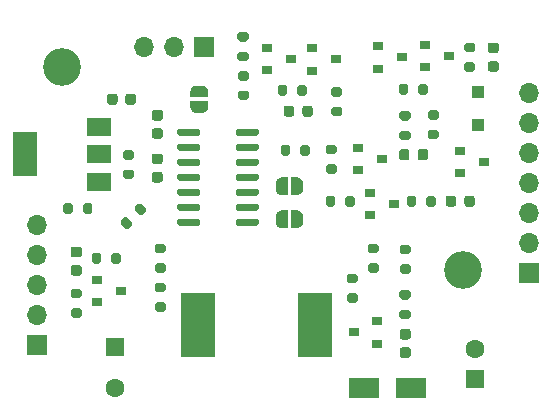
<source format=gbr>
%TF.GenerationSoftware,KiCad,Pcbnew,5.1.10-88a1d61d58~90~ubuntu20.04.1*%
%TF.CreationDate,2021-10-01T00:20:27+02:00*%
%TF.ProjectId,boost_sequencer,626f6f73-745f-4736-9571-75656e636572,rev?*%
%TF.SameCoordinates,Original*%
%TF.FileFunction,Soldermask,Top*%
%TF.FilePolarity,Negative*%
%FSLAX46Y46*%
G04 Gerber Fmt 4.6, Leading zero omitted, Abs format (unit mm)*
G04 Created by KiCad (PCBNEW 5.1.10-88a1d61d58~90~ubuntu20.04.1) date 2021-10-01 00:20:27*
%MOMM*%
%LPD*%
G01*
G04 APERTURE LIST*
%ADD10C,0.100000*%
%ADD11O,1.700000X1.700000*%
%ADD12R,1.700000X1.700000*%
%ADD13R,0.900000X0.800000*%
%ADD14C,3.200000*%
%ADD15R,2.500000X1.800000*%
%ADD16R,2.900000X5.400000*%
%ADD17R,2.000000X1.500000*%
%ADD18R,2.000000X3.800000*%
%ADD19R,1.100000X1.100000*%
%ADD20C,1.600000*%
%ADD21R,1.600000X1.600000*%
G04 APERTURE END LIST*
D10*
%TO.C,JP3*%
G36*
X381774602Y-114666000D02*
G01*
X381774602Y-114641466D01*
X381779412Y-114592635D01*
X381788984Y-114544510D01*
X381803228Y-114497555D01*
X381822005Y-114452222D01*
X381845136Y-114408949D01*
X381872396Y-114368150D01*
X381903524Y-114330221D01*
X381938221Y-114295524D01*
X381976150Y-114264396D01*
X382016949Y-114237136D01*
X382060222Y-114214005D01*
X382105555Y-114195228D01*
X382152510Y-114180984D01*
X382200635Y-114171412D01*
X382249466Y-114166602D01*
X382274000Y-114166602D01*
X382274000Y-114166000D01*
X382774000Y-114166000D01*
X382774000Y-114166602D01*
X382798534Y-114166602D01*
X382847365Y-114171412D01*
X382895490Y-114180984D01*
X382942445Y-114195228D01*
X382987778Y-114214005D01*
X383031051Y-114237136D01*
X383071850Y-114264396D01*
X383109779Y-114295524D01*
X383144476Y-114330221D01*
X383175604Y-114368150D01*
X383202864Y-114408949D01*
X383225995Y-114452222D01*
X383244772Y-114497555D01*
X383259016Y-114544510D01*
X383268588Y-114592635D01*
X383273398Y-114641466D01*
X383273398Y-114666000D01*
X383274000Y-114666000D01*
X383274000Y-115166000D01*
X381774000Y-115166000D01*
X381774000Y-114666000D01*
X381774602Y-114666000D01*
G37*
G36*
X383274000Y-115466000D02*
G01*
X383274000Y-115966000D01*
X383273398Y-115966000D01*
X383273398Y-115990534D01*
X383268588Y-116039365D01*
X383259016Y-116087490D01*
X383244772Y-116134445D01*
X383225995Y-116179778D01*
X383202864Y-116223051D01*
X383175604Y-116263850D01*
X383144476Y-116301779D01*
X383109779Y-116336476D01*
X383071850Y-116367604D01*
X383031051Y-116394864D01*
X382987778Y-116417995D01*
X382942445Y-116436772D01*
X382895490Y-116451016D01*
X382847365Y-116460588D01*
X382798534Y-116465398D01*
X382774000Y-116465398D01*
X382774000Y-116466000D01*
X382274000Y-116466000D01*
X382274000Y-116465398D01*
X382249466Y-116465398D01*
X382200635Y-116460588D01*
X382152510Y-116451016D01*
X382105555Y-116436772D01*
X382060222Y-116417995D01*
X382016949Y-116394864D01*
X381976150Y-116367604D01*
X381938221Y-116336476D01*
X381903524Y-116301779D01*
X381872396Y-116263850D01*
X381845136Y-116223051D01*
X381822005Y-116179778D01*
X381803228Y-116134445D01*
X381788984Y-116087490D01*
X381779412Y-116039365D01*
X381774602Y-115990534D01*
X381774602Y-115966000D01*
X381774000Y-115966000D01*
X381774000Y-115466000D01*
X383274000Y-115466000D01*
G37*
%TD*%
D11*
%TO.C,J1*%
X368808000Y-125984000D03*
X368808000Y-128524000D03*
X368808000Y-131064000D03*
X368808000Y-133604000D03*
D12*
X368808000Y-136144000D03*
%TD*%
D10*
%TO.C,JP2*%
G36*
X389494000Y-126225398D02*
G01*
X389469466Y-126225398D01*
X389420635Y-126220588D01*
X389372510Y-126211016D01*
X389325555Y-126196772D01*
X389280222Y-126177995D01*
X389236949Y-126154864D01*
X389196150Y-126127604D01*
X389158221Y-126096476D01*
X389123524Y-126061779D01*
X389092396Y-126023850D01*
X389065136Y-125983051D01*
X389042005Y-125939778D01*
X389023228Y-125894445D01*
X389008984Y-125847490D01*
X388999412Y-125799365D01*
X388994602Y-125750534D01*
X388994602Y-125726000D01*
X388994000Y-125726000D01*
X388994000Y-125226000D01*
X388994602Y-125226000D01*
X388994602Y-125201466D01*
X388999412Y-125152635D01*
X389008984Y-125104510D01*
X389023228Y-125057555D01*
X389042005Y-125012222D01*
X389065136Y-124968949D01*
X389092396Y-124928150D01*
X389123524Y-124890221D01*
X389158221Y-124855524D01*
X389196150Y-124824396D01*
X389236949Y-124797136D01*
X389280222Y-124774005D01*
X389325555Y-124755228D01*
X389372510Y-124740984D01*
X389420635Y-124731412D01*
X389469466Y-124726602D01*
X389494000Y-124726602D01*
X389494000Y-124726000D01*
X389994000Y-124726000D01*
X389994000Y-126226000D01*
X389494000Y-126226000D01*
X389494000Y-126225398D01*
G37*
G36*
X390294000Y-124726000D02*
G01*
X390794000Y-124726000D01*
X390794000Y-124726602D01*
X390818534Y-124726602D01*
X390867365Y-124731412D01*
X390915490Y-124740984D01*
X390962445Y-124755228D01*
X391007778Y-124774005D01*
X391051051Y-124797136D01*
X391091850Y-124824396D01*
X391129779Y-124855524D01*
X391164476Y-124890221D01*
X391195604Y-124928150D01*
X391222864Y-124968949D01*
X391245995Y-125012222D01*
X391264772Y-125057555D01*
X391279016Y-125104510D01*
X391288588Y-125152635D01*
X391293398Y-125201466D01*
X391293398Y-125226000D01*
X391294000Y-125226000D01*
X391294000Y-125726000D01*
X391293398Y-125726000D01*
X391293398Y-125750534D01*
X391288588Y-125799365D01*
X391279016Y-125847490D01*
X391264772Y-125894445D01*
X391245995Y-125939778D01*
X391222864Y-125983051D01*
X391195604Y-126023850D01*
X391164476Y-126061779D01*
X391129779Y-126096476D01*
X391091850Y-126127604D01*
X391051051Y-126154864D01*
X391007778Y-126177995D01*
X390962445Y-126196772D01*
X390915490Y-126211016D01*
X390867365Y-126220588D01*
X390818534Y-126225398D01*
X390794000Y-126225398D01*
X390794000Y-126226000D01*
X390294000Y-126226000D01*
X390294000Y-124726000D01*
G37*
%TD*%
D13*
%TO.C,Q7*%
X406638000Y-120650000D03*
X404638000Y-121600000D03*
X404638000Y-119700000D03*
%TD*%
D10*
%TO.C,JP1*%
G36*
X389494000Y-123431398D02*
G01*
X389469466Y-123431398D01*
X389420635Y-123426588D01*
X389372510Y-123417016D01*
X389325555Y-123402772D01*
X389280222Y-123383995D01*
X389236949Y-123360864D01*
X389196150Y-123333604D01*
X389158221Y-123302476D01*
X389123524Y-123267779D01*
X389092396Y-123229850D01*
X389065136Y-123189051D01*
X389042005Y-123145778D01*
X389023228Y-123100445D01*
X389008984Y-123053490D01*
X388999412Y-123005365D01*
X388994602Y-122956534D01*
X388994602Y-122932000D01*
X388994000Y-122932000D01*
X388994000Y-122432000D01*
X388994602Y-122432000D01*
X388994602Y-122407466D01*
X388999412Y-122358635D01*
X389008984Y-122310510D01*
X389023228Y-122263555D01*
X389042005Y-122218222D01*
X389065136Y-122174949D01*
X389092396Y-122134150D01*
X389123524Y-122096221D01*
X389158221Y-122061524D01*
X389196150Y-122030396D01*
X389236949Y-122003136D01*
X389280222Y-121980005D01*
X389325555Y-121961228D01*
X389372510Y-121946984D01*
X389420635Y-121937412D01*
X389469466Y-121932602D01*
X389494000Y-121932602D01*
X389494000Y-121932000D01*
X389994000Y-121932000D01*
X389994000Y-123432000D01*
X389494000Y-123432000D01*
X389494000Y-123431398D01*
G37*
G36*
X390294000Y-121932000D02*
G01*
X390794000Y-121932000D01*
X390794000Y-121932602D01*
X390818534Y-121932602D01*
X390867365Y-121937412D01*
X390915490Y-121946984D01*
X390962445Y-121961228D01*
X391007778Y-121980005D01*
X391051051Y-122003136D01*
X391091850Y-122030396D01*
X391129779Y-122061524D01*
X391164476Y-122096221D01*
X391195604Y-122134150D01*
X391222864Y-122174949D01*
X391245995Y-122218222D01*
X391264772Y-122263555D01*
X391279016Y-122310510D01*
X391288588Y-122358635D01*
X391293398Y-122407466D01*
X391293398Y-122432000D01*
X391294000Y-122432000D01*
X391294000Y-122932000D01*
X391293398Y-122932000D01*
X391293398Y-122956534D01*
X391288588Y-123005365D01*
X391279016Y-123053490D01*
X391264772Y-123100445D01*
X391245995Y-123145778D01*
X391222864Y-123189051D01*
X391195604Y-123229850D01*
X391164476Y-123267779D01*
X391129779Y-123302476D01*
X391091850Y-123333604D01*
X391051051Y-123360864D01*
X391007778Y-123383995D01*
X390962445Y-123402772D01*
X390915490Y-123417016D01*
X390867365Y-123426588D01*
X390818534Y-123431398D01*
X390794000Y-123431398D01*
X390794000Y-123432000D01*
X390294000Y-123432000D01*
X390294000Y-121932000D01*
G37*
%TD*%
%TO.C,C8*%
G36*
G01*
X379218000Y-120820000D02*
X378718000Y-120820000D01*
G75*
G02*
X378493000Y-120595000I0J225000D01*
G01*
X378493000Y-120145000D01*
G75*
G02*
X378718000Y-119920000I225000J0D01*
G01*
X379218000Y-119920000D01*
G75*
G02*
X379443000Y-120145000I0J-225000D01*
G01*
X379443000Y-120595000D01*
G75*
G02*
X379218000Y-120820000I-225000J0D01*
G01*
G37*
G36*
G01*
X379218000Y-122370000D02*
X378718000Y-122370000D01*
G75*
G02*
X378493000Y-122145000I0J225000D01*
G01*
X378493000Y-121695000D01*
G75*
G02*
X378718000Y-121470000I225000J0D01*
G01*
X379218000Y-121470000D01*
G75*
G02*
X379443000Y-121695000I0J-225000D01*
G01*
X379443000Y-122145000D01*
G75*
G02*
X379218000Y-122370000I-225000J0D01*
G01*
G37*
%TD*%
%TO.C,C6*%
G36*
G01*
X376258000Y-115566000D02*
X376258000Y-115066000D01*
G75*
G02*
X376483000Y-114841000I225000J0D01*
G01*
X376933000Y-114841000D01*
G75*
G02*
X377158000Y-115066000I0J-225000D01*
G01*
X377158000Y-115566000D01*
G75*
G02*
X376933000Y-115791000I-225000J0D01*
G01*
X376483000Y-115791000D01*
G75*
G02*
X376258000Y-115566000I0J225000D01*
G01*
G37*
G36*
G01*
X374708000Y-115566000D02*
X374708000Y-115066000D01*
G75*
G02*
X374933000Y-114841000I225000J0D01*
G01*
X375383000Y-114841000D01*
G75*
G02*
X375608000Y-115066000I0J-225000D01*
G01*
X375608000Y-115566000D01*
G75*
G02*
X375383000Y-115791000I-225000J0D01*
G01*
X374933000Y-115791000D01*
G75*
G02*
X374708000Y-115566000I0J225000D01*
G01*
G37*
%TD*%
%TO.C,C5*%
G36*
G01*
X372360000Y-128707000D02*
X371860000Y-128707000D01*
G75*
G02*
X371635000Y-128482000I0J225000D01*
G01*
X371635000Y-128032000D01*
G75*
G02*
X371860000Y-127807000I225000J0D01*
G01*
X372360000Y-127807000D01*
G75*
G02*
X372585000Y-128032000I0J-225000D01*
G01*
X372585000Y-128482000D01*
G75*
G02*
X372360000Y-128707000I-225000J0D01*
G01*
G37*
G36*
G01*
X372360000Y-130257000D02*
X371860000Y-130257000D01*
G75*
G02*
X371635000Y-130032000I0J225000D01*
G01*
X371635000Y-129582000D01*
G75*
G02*
X371860000Y-129357000I225000J0D01*
G01*
X372360000Y-129357000D01*
G75*
G02*
X372585000Y-129582000I0J-225000D01*
G01*
X372585000Y-130032000D01*
G75*
G02*
X372360000Y-130257000I-225000J0D01*
G01*
G37*
%TD*%
D11*
%TO.C,J2*%
X377820000Y-110900000D03*
X380360000Y-110900000D03*
D12*
X382900000Y-110900000D03*
%TD*%
D11*
%TO.C,J3*%
X410464000Y-114760000D03*
X410464000Y-117300000D03*
X410464000Y-119840000D03*
X410464000Y-122380000D03*
X410464000Y-124920000D03*
X410464000Y-127460000D03*
D12*
X410464000Y-130000000D03*
%TD*%
D13*
%TO.C,Q9*%
X399018000Y-124206000D03*
X397018000Y-125156000D03*
X397018000Y-123256000D03*
%TD*%
%TO.C,R23*%
G36*
G01*
X401745000Y-124227000D02*
X401745000Y-123677000D01*
G75*
G02*
X401945000Y-123477000I200000J0D01*
G01*
X402345000Y-123477000D01*
G75*
G02*
X402545000Y-123677000I0J-200000D01*
G01*
X402545000Y-124227000D01*
G75*
G02*
X402345000Y-124427000I-200000J0D01*
G01*
X401945000Y-124427000D01*
G75*
G02*
X401745000Y-124227000I0J200000D01*
G01*
G37*
G36*
G01*
X400095000Y-124227000D02*
X400095000Y-123677000D01*
G75*
G02*
X400295000Y-123477000I200000J0D01*
G01*
X400695000Y-123477000D01*
G75*
G02*
X400895000Y-123677000I0J-200000D01*
G01*
X400895000Y-124227000D01*
G75*
G02*
X400695000Y-124427000I-200000J0D01*
G01*
X400295000Y-124427000D01*
G75*
G02*
X400095000Y-124227000I0J200000D01*
G01*
G37*
%TD*%
%TO.C,R22*%
G36*
G01*
X394887000Y-124227000D02*
X394887000Y-123677000D01*
G75*
G02*
X395087000Y-123477000I200000J0D01*
G01*
X395487000Y-123477000D01*
G75*
G02*
X395687000Y-123677000I0J-200000D01*
G01*
X395687000Y-124227000D01*
G75*
G02*
X395487000Y-124427000I-200000J0D01*
G01*
X395087000Y-124427000D01*
G75*
G02*
X394887000Y-124227000I0J200000D01*
G01*
G37*
G36*
G01*
X393237000Y-124227000D02*
X393237000Y-123677000D01*
G75*
G02*
X393437000Y-123477000I200000J0D01*
G01*
X393837000Y-123477000D01*
G75*
G02*
X394037000Y-123677000I0J-200000D01*
G01*
X394037000Y-124227000D01*
G75*
G02*
X393837000Y-124427000I-200000J0D01*
G01*
X393437000Y-124427000D01*
G75*
G02*
X393237000Y-124227000I0J200000D01*
G01*
G37*
%TD*%
%TO.C,R21*%
G36*
G01*
X393425000Y-120821000D02*
X393975000Y-120821000D01*
G75*
G02*
X394175000Y-121021000I0J-200000D01*
G01*
X394175000Y-121421000D01*
G75*
G02*
X393975000Y-121621000I-200000J0D01*
G01*
X393425000Y-121621000D01*
G75*
G02*
X393225000Y-121421000I0J200000D01*
G01*
X393225000Y-121021000D01*
G75*
G02*
X393425000Y-120821000I200000J0D01*
G01*
G37*
G36*
G01*
X393425000Y-119171000D02*
X393975000Y-119171000D01*
G75*
G02*
X394175000Y-119371000I0J-200000D01*
G01*
X394175000Y-119771000D01*
G75*
G02*
X393975000Y-119971000I-200000J0D01*
G01*
X393425000Y-119971000D01*
G75*
G02*
X393225000Y-119771000I0J200000D01*
G01*
X393225000Y-119371000D01*
G75*
G02*
X393425000Y-119171000I200000J0D01*
G01*
G37*
%TD*%
%TO.C,R20*%
G36*
G01*
X390227000Y-119359000D02*
X390227000Y-119909000D01*
G75*
G02*
X390027000Y-120109000I-200000J0D01*
G01*
X389627000Y-120109000D01*
G75*
G02*
X389427000Y-119909000I0J200000D01*
G01*
X389427000Y-119359000D01*
G75*
G02*
X389627000Y-119159000I200000J0D01*
G01*
X390027000Y-119159000D01*
G75*
G02*
X390227000Y-119359000I0J-200000D01*
G01*
G37*
G36*
G01*
X391877000Y-119359000D02*
X391877000Y-119909000D01*
G75*
G02*
X391677000Y-120109000I-200000J0D01*
G01*
X391277000Y-120109000D01*
G75*
G02*
X391077000Y-119909000I0J200000D01*
G01*
X391077000Y-119359000D01*
G75*
G02*
X391277000Y-119159000I200000J0D01*
G01*
X391677000Y-119159000D01*
G75*
G02*
X391877000Y-119359000I0J-200000D01*
G01*
G37*
%TD*%
%TO.C,Q8*%
X398002000Y-120396000D03*
X396002000Y-121346000D03*
X396002000Y-119446000D03*
%TD*%
%TO.C,D6*%
G36*
G01*
X404272000Y-123695750D02*
X404272000Y-124208250D01*
G75*
G02*
X404053250Y-124427000I-218750J0D01*
G01*
X403615750Y-124427000D01*
G75*
G02*
X403397000Y-124208250I0J218750D01*
G01*
X403397000Y-123695750D01*
G75*
G02*
X403615750Y-123477000I218750J0D01*
G01*
X404053250Y-123477000D01*
G75*
G02*
X404272000Y-123695750I0J-218750D01*
G01*
G37*
G36*
G01*
X405847000Y-123695750D02*
X405847000Y-124208250D01*
G75*
G02*
X405628250Y-124427000I-218750J0D01*
G01*
X405190750Y-124427000D01*
G75*
G02*
X404972000Y-124208250I0J218750D01*
G01*
X404972000Y-123695750D01*
G75*
G02*
X405190750Y-123477000I218750J0D01*
G01*
X405628250Y-123477000D01*
G75*
G02*
X405847000Y-123695750I0J-218750D01*
G01*
G37*
%TD*%
D14*
%TO.C,REF\u002A\u002A*%
X404876000Y-129794000D03*
%TD*%
%TO.C,REF\u002A\u002A*%
X370928900Y-112610900D03*
%TD*%
D15*
%TO.C,D3*%
X396437100Y-139738100D03*
X400437100Y-139738100D03*
%TD*%
D13*
%TO.C,Q6*%
X395582900Y-135064500D03*
X397582900Y-134114500D03*
X397582900Y-136014500D03*
%TD*%
D16*
%TO.C,L1*%
X392287300Y-134442200D03*
X382387300Y-134442200D03*
%TD*%
%TO.C,U2*%
G36*
G01*
X385600000Y-118260000D02*
X385600000Y-117960000D01*
G75*
G02*
X385750000Y-117810000I150000J0D01*
G01*
X387400000Y-117810000D01*
G75*
G02*
X387550000Y-117960000I0J-150000D01*
G01*
X387550000Y-118260000D01*
G75*
G02*
X387400000Y-118410000I-150000J0D01*
G01*
X385750000Y-118410000D01*
G75*
G02*
X385600000Y-118260000I0J150000D01*
G01*
G37*
G36*
G01*
X385600000Y-119530000D02*
X385600000Y-119230000D01*
G75*
G02*
X385750000Y-119080000I150000J0D01*
G01*
X387400000Y-119080000D01*
G75*
G02*
X387550000Y-119230000I0J-150000D01*
G01*
X387550000Y-119530000D01*
G75*
G02*
X387400000Y-119680000I-150000J0D01*
G01*
X385750000Y-119680000D01*
G75*
G02*
X385600000Y-119530000I0J150000D01*
G01*
G37*
G36*
G01*
X385600000Y-120800000D02*
X385600000Y-120500000D01*
G75*
G02*
X385750000Y-120350000I150000J0D01*
G01*
X387400000Y-120350000D01*
G75*
G02*
X387550000Y-120500000I0J-150000D01*
G01*
X387550000Y-120800000D01*
G75*
G02*
X387400000Y-120950000I-150000J0D01*
G01*
X385750000Y-120950000D01*
G75*
G02*
X385600000Y-120800000I0J150000D01*
G01*
G37*
G36*
G01*
X385600000Y-122070000D02*
X385600000Y-121770000D01*
G75*
G02*
X385750000Y-121620000I150000J0D01*
G01*
X387400000Y-121620000D01*
G75*
G02*
X387550000Y-121770000I0J-150000D01*
G01*
X387550000Y-122070000D01*
G75*
G02*
X387400000Y-122220000I-150000J0D01*
G01*
X385750000Y-122220000D01*
G75*
G02*
X385600000Y-122070000I0J150000D01*
G01*
G37*
G36*
G01*
X385600000Y-123340000D02*
X385600000Y-123040000D01*
G75*
G02*
X385750000Y-122890000I150000J0D01*
G01*
X387400000Y-122890000D01*
G75*
G02*
X387550000Y-123040000I0J-150000D01*
G01*
X387550000Y-123340000D01*
G75*
G02*
X387400000Y-123490000I-150000J0D01*
G01*
X385750000Y-123490000D01*
G75*
G02*
X385600000Y-123340000I0J150000D01*
G01*
G37*
G36*
G01*
X385600000Y-124610000D02*
X385600000Y-124310000D01*
G75*
G02*
X385750000Y-124160000I150000J0D01*
G01*
X387400000Y-124160000D01*
G75*
G02*
X387550000Y-124310000I0J-150000D01*
G01*
X387550000Y-124610000D01*
G75*
G02*
X387400000Y-124760000I-150000J0D01*
G01*
X385750000Y-124760000D01*
G75*
G02*
X385600000Y-124610000I0J150000D01*
G01*
G37*
G36*
G01*
X385600000Y-125880000D02*
X385600000Y-125580000D01*
G75*
G02*
X385750000Y-125430000I150000J0D01*
G01*
X387400000Y-125430000D01*
G75*
G02*
X387550000Y-125580000I0J-150000D01*
G01*
X387550000Y-125880000D01*
G75*
G02*
X387400000Y-126030000I-150000J0D01*
G01*
X385750000Y-126030000D01*
G75*
G02*
X385600000Y-125880000I0J150000D01*
G01*
G37*
G36*
G01*
X380650000Y-125880000D02*
X380650000Y-125580000D01*
G75*
G02*
X380800000Y-125430000I150000J0D01*
G01*
X382450000Y-125430000D01*
G75*
G02*
X382600000Y-125580000I0J-150000D01*
G01*
X382600000Y-125880000D01*
G75*
G02*
X382450000Y-126030000I-150000J0D01*
G01*
X380800000Y-126030000D01*
G75*
G02*
X380650000Y-125880000I0J150000D01*
G01*
G37*
G36*
G01*
X380650000Y-124610000D02*
X380650000Y-124310000D01*
G75*
G02*
X380800000Y-124160000I150000J0D01*
G01*
X382450000Y-124160000D01*
G75*
G02*
X382600000Y-124310000I0J-150000D01*
G01*
X382600000Y-124610000D01*
G75*
G02*
X382450000Y-124760000I-150000J0D01*
G01*
X380800000Y-124760000D01*
G75*
G02*
X380650000Y-124610000I0J150000D01*
G01*
G37*
G36*
G01*
X380650000Y-123340000D02*
X380650000Y-123040000D01*
G75*
G02*
X380800000Y-122890000I150000J0D01*
G01*
X382450000Y-122890000D01*
G75*
G02*
X382600000Y-123040000I0J-150000D01*
G01*
X382600000Y-123340000D01*
G75*
G02*
X382450000Y-123490000I-150000J0D01*
G01*
X380800000Y-123490000D01*
G75*
G02*
X380650000Y-123340000I0J150000D01*
G01*
G37*
G36*
G01*
X380650000Y-122070000D02*
X380650000Y-121770000D01*
G75*
G02*
X380800000Y-121620000I150000J0D01*
G01*
X382450000Y-121620000D01*
G75*
G02*
X382600000Y-121770000I0J-150000D01*
G01*
X382600000Y-122070000D01*
G75*
G02*
X382450000Y-122220000I-150000J0D01*
G01*
X380800000Y-122220000D01*
G75*
G02*
X380650000Y-122070000I0J150000D01*
G01*
G37*
G36*
G01*
X380650000Y-120800000D02*
X380650000Y-120500000D01*
G75*
G02*
X380800000Y-120350000I150000J0D01*
G01*
X382450000Y-120350000D01*
G75*
G02*
X382600000Y-120500000I0J-150000D01*
G01*
X382600000Y-120800000D01*
G75*
G02*
X382450000Y-120950000I-150000J0D01*
G01*
X380800000Y-120950000D01*
G75*
G02*
X380650000Y-120800000I0J150000D01*
G01*
G37*
G36*
G01*
X380650000Y-119530000D02*
X380650000Y-119230000D01*
G75*
G02*
X380800000Y-119080000I150000J0D01*
G01*
X382450000Y-119080000D01*
G75*
G02*
X382600000Y-119230000I0J-150000D01*
G01*
X382600000Y-119530000D01*
G75*
G02*
X382450000Y-119680000I-150000J0D01*
G01*
X380800000Y-119680000D01*
G75*
G02*
X380650000Y-119530000I0J150000D01*
G01*
G37*
G36*
G01*
X380650000Y-118260000D02*
X380650000Y-117960000D01*
G75*
G02*
X380800000Y-117810000I150000J0D01*
G01*
X382450000Y-117810000D01*
G75*
G02*
X382600000Y-117960000I0J-150000D01*
G01*
X382600000Y-118260000D01*
G75*
G02*
X382450000Y-118410000I-150000J0D01*
G01*
X380800000Y-118410000D01*
G75*
G02*
X380650000Y-118260000I0J150000D01*
G01*
G37*
%TD*%
D17*
%TO.C,U1*%
X374066200Y-122289600D03*
X374066200Y-117689600D03*
X374066200Y-119989600D03*
D18*
X367766200Y-119989600D03*
%TD*%
%TO.C,R19*%
G36*
G01*
X402061000Y-117912700D02*
X402611000Y-117912700D01*
G75*
G02*
X402811000Y-118112700I0J-200000D01*
G01*
X402811000Y-118512700D01*
G75*
G02*
X402611000Y-118712700I-200000J0D01*
G01*
X402061000Y-118712700D01*
G75*
G02*
X401861000Y-118512700I0J200000D01*
G01*
X401861000Y-118112700D01*
G75*
G02*
X402061000Y-117912700I200000J0D01*
G01*
G37*
G36*
G01*
X402061000Y-116262700D02*
X402611000Y-116262700D01*
G75*
G02*
X402811000Y-116462700I0J-200000D01*
G01*
X402811000Y-116862700D01*
G75*
G02*
X402611000Y-117062700I-200000J0D01*
G01*
X402061000Y-117062700D01*
G75*
G02*
X401861000Y-116862700I0J200000D01*
G01*
X401861000Y-116462700D01*
G75*
G02*
X402061000Y-116262700I200000J0D01*
G01*
G37*
%TD*%
%TO.C,R18*%
G36*
G01*
X376441025Y-125328066D02*
X376829934Y-125716975D01*
G75*
G02*
X376829934Y-125999817I-141421J-141421D01*
G01*
X376547091Y-126282660D01*
G75*
G02*
X376264249Y-126282660I-141421J141421D01*
G01*
X375875340Y-125893751D01*
G75*
G02*
X375875340Y-125610909I141421J141421D01*
G01*
X376158183Y-125328066D01*
G75*
G02*
X376441025Y-125328066I141421J-141421D01*
G01*
G37*
G36*
G01*
X377607751Y-124161340D02*
X377996660Y-124550249D01*
G75*
G02*
X377996660Y-124833091I-141421J-141421D01*
G01*
X377713817Y-125115934D01*
G75*
G02*
X377430975Y-125115934I-141421J141421D01*
G01*
X377042066Y-124727025D01*
G75*
G02*
X377042066Y-124444183I141421J141421D01*
G01*
X377324909Y-124161340D01*
G75*
G02*
X377607751Y-124161340I141421J-141421D01*
G01*
G37*
%TD*%
%TO.C,R17*%
G36*
G01*
X400236100Y-128454600D02*
X399686100Y-128454600D01*
G75*
G02*
X399486100Y-128254600I0J200000D01*
G01*
X399486100Y-127854600D01*
G75*
G02*
X399686100Y-127654600I200000J0D01*
G01*
X400236100Y-127654600D01*
G75*
G02*
X400436100Y-127854600I0J-200000D01*
G01*
X400436100Y-128254600D01*
G75*
G02*
X400236100Y-128454600I-200000J0D01*
G01*
G37*
G36*
G01*
X400236100Y-130104600D02*
X399686100Y-130104600D01*
G75*
G02*
X399486100Y-129904600I0J200000D01*
G01*
X399486100Y-129504600D01*
G75*
G02*
X399686100Y-129304600I200000J0D01*
G01*
X400236100Y-129304600D01*
G75*
G02*
X400436100Y-129504600I0J-200000D01*
G01*
X400436100Y-129904600D01*
G75*
G02*
X400236100Y-130104600I-200000J0D01*
G01*
G37*
%TD*%
%TO.C,R16*%
G36*
G01*
X399660700Y-117976200D02*
X400210700Y-117976200D01*
G75*
G02*
X400410700Y-118176200I0J-200000D01*
G01*
X400410700Y-118576200D01*
G75*
G02*
X400210700Y-118776200I-200000J0D01*
G01*
X399660700Y-118776200D01*
G75*
G02*
X399460700Y-118576200I0J200000D01*
G01*
X399460700Y-118176200D01*
G75*
G02*
X399660700Y-117976200I200000J0D01*
G01*
G37*
G36*
G01*
X399660700Y-116326200D02*
X400210700Y-116326200D01*
G75*
G02*
X400410700Y-116526200I0J-200000D01*
G01*
X400410700Y-116926200D01*
G75*
G02*
X400210700Y-117126200I-200000J0D01*
G01*
X399660700Y-117126200D01*
G75*
G02*
X399460700Y-116926200I0J200000D01*
G01*
X399460700Y-116526200D01*
G75*
G02*
X399660700Y-116326200I200000J0D01*
G01*
G37*
%TD*%
%TO.C,R15*%
G36*
G01*
X400223400Y-132277300D02*
X399673400Y-132277300D01*
G75*
G02*
X399473400Y-132077300I0J200000D01*
G01*
X399473400Y-131677300D01*
G75*
G02*
X399673400Y-131477300I200000J0D01*
G01*
X400223400Y-131477300D01*
G75*
G02*
X400423400Y-131677300I0J-200000D01*
G01*
X400423400Y-132077300D01*
G75*
G02*
X400223400Y-132277300I-200000J0D01*
G01*
G37*
G36*
G01*
X400223400Y-133927300D02*
X399673400Y-133927300D01*
G75*
G02*
X399473400Y-133727300I0J200000D01*
G01*
X399473400Y-133327300D01*
G75*
G02*
X399673400Y-133127300I200000J0D01*
G01*
X400223400Y-133127300D01*
G75*
G02*
X400423400Y-133327300I0J-200000D01*
G01*
X400423400Y-133727300D01*
G75*
G02*
X400223400Y-133927300I-200000J0D01*
G01*
G37*
%TD*%
%TO.C,R14*%
G36*
G01*
X393882200Y-115956900D02*
X394432200Y-115956900D01*
G75*
G02*
X394632200Y-116156900I0J-200000D01*
G01*
X394632200Y-116556900D01*
G75*
G02*
X394432200Y-116756900I-200000J0D01*
G01*
X393882200Y-116756900D01*
G75*
G02*
X393682200Y-116556900I0J200000D01*
G01*
X393682200Y-116156900D01*
G75*
G02*
X393882200Y-115956900I200000J0D01*
G01*
G37*
G36*
G01*
X393882200Y-114306900D02*
X394432200Y-114306900D01*
G75*
G02*
X394632200Y-114506900I0J-200000D01*
G01*
X394632200Y-114906900D01*
G75*
G02*
X394432200Y-115106900I-200000J0D01*
G01*
X393882200Y-115106900D01*
G75*
G02*
X393682200Y-114906900I0J200000D01*
G01*
X393682200Y-114506900D01*
G75*
G02*
X393882200Y-114306900I200000J0D01*
G01*
G37*
%TD*%
%TO.C,R13*%
G36*
G01*
X405147100Y-112185000D02*
X405697100Y-112185000D01*
G75*
G02*
X405897100Y-112385000I0J-200000D01*
G01*
X405897100Y-112785000D01*
G75*
G02*
X405697100Y-112985000I-200000J0D01*
G01*
X405147100Y-112985000D01*
G75*
G02*
X404947100Y-112785000I0J200000D01*
G01*
X404947100Y-112385000D01*
G75*
G02*
X405147100Y-112185000I200000J0D01*
G01*
G37*
G36*
G01*
X405147100Y-110535000D02*
X405697100Y-110535000D01*
G75*
G02*
X405897100Y-110735000I0J-200000D01*
G01*
X405897100Y-111135000D01*
G75*
G02*
X405697100Y-111335000I-200000J0D01*
G01*
X405147100Y-111335000D01*
G75*
G02*
X404947100Y-111135000I0J200000D01*
G01*
X404947100Y-110735000D01*
G75*
G02*
X405147100Y-110535000I200000J0D01*
G01*
G37*
%TD*%
%TO.C,R12*%
G36*
G01*
X397531000Y-128353000D02*
X396981000Y-128353000D01*
G75*
G02*
X396781000Y-128153000I0J200000D01*
G01*
X396781000Y-127753000D01*
G75*
G02*
X396981000Y-127553000I200000J0D01*
G01*
X397531000Y-127553000D01*
G75*
G02*
X397731000Y-127753000I0J-200000D01*
G01*
X397731000Y-128153000D01*
G75*
G02*
X397531000Y-128353000I-200000J0D01*
G01*
G37*
G36*
G01*
X397531000Y-130003000D02*
X396981000Y-130003000D01*
G75*
G02*
X396781000Y-129803000I0J200000D01*
G01*
X396781000Y-129403000D01*
G75*
G02*
X396981000Y-129203000I200000J0D01*
G01*
X397531000Y-129203000D01*
G75*
G02*
X397731000Y-129403000I0J-200000D01*
G01*
X397731000Y-129803000D01*
G75*
G02*
X397531000Y-130003000I-200000J0D01*
G01*
G37*
%TD*%
%TO.C,R11*%
G36*
G01*
X395203000Y-131743000D02*
X395753000Y-131743000D01*
G75*
G02*
X395953000Y-131943000I0J-200000D01*
G01*
X395953000Y-132343000D01*
G75*
G02*
X395753000Y-132543000I-200000J0D01*
G01*
X395203000Y-132543000D01*
G75*
G02*
X395003000Y-132343000I0J200000D01*
G01*
X395003000Y-131943000D01*
G75*
G02*
X395203000Y-131743000I200000J0D01*
G01*
G37*
G36*
G01*
X395203000Y-130093000D02*
X395753000Y-130093000D01*
G75*
G02*
X395953000Y-130293000I0J-200000D01*
G01*
X395953000Y-130693000D01*
G75*
G02*
X395753000Y-130893000I-200000J0D01*
G01*
X395203000Y-130893000D01*
G75*
G02*
X395003000Y-130693000I0J200000D01*
G01*
X395003000Y-130293000D01*
G75*
G02*
X395203000Y-130093000I200000J0D01*
G01*
G37*
%TD*%
%TO.C,R10*%
G36*
G01*
X400209200Y-114202800D02*
X400209200Y-114752800D01*
G75*
G02*
X400009200Y-114952800I-200000J0D01*
G01*
X399609200Y-114952800D01*
G75*
G02*
X399409200Y-114752800I0J200000D01*
G01*
X399409200Y-114202800D01*
G75*
G02*
X399609200Y-114002800I200000J0D01*
G01*
X400009200Y-114002800D01*
G75*
G02*
X400209200Y-114202800I0J-200000D01*
G01*
G37*
G36*
G01*
X401859200Y-114202800D02*
X401859200Y-114752800D01*
G75*
G02*
X401659200Y-114952800I-200000J0D01*
G01*
X401259200Y-114952800D01*
G75*
G02*
X401059200Y-114752800I0J200000D01*
G01*
X401059200Y-114202800D01*
G75*
G02*
X401259200Y-114002800I200000J0D01*
G01*
X401659200Y-114002800D01*
G75*
G02*
X401859200Y-114202800I0J-200000D01*
G01*
G37*
%TD*%
%TO.C,R9*%
G36*
G01*
X389973000Y-114279000D02*
X389973000Y-114829000D01*
G75*
G02*
X389773000Y-115029000I-200000J0D01*
G01*
X389373000Y-115029000D01*
G75*
G02*
X389173000Y-114829000I0J200000D01*
G01*
X389173000Y-114279000D01*
G75*
G02*
X389373000Y-114079000I200000J0D01*
G01*
X389773000Y-114079000D01*
G75*
G02*
X389973000Y-114279000I0J-200000D01*
G01*
G37*
G36*
G01*
X391623000Y-114279000D02*
X391623000Y-114829000D01*
G75*
G02*
X391423000Y-115029000I-200000J0D01*
G01*
X391023000Y-115029000D01*
G75*
G02*
X390823000Y-114829000I0J200000D01*
G01*
X390823000Y-114279000D01*
G75*
G02*
X391023000Y-114079000I200000J0D01*
G01*
X391423000Y-114079000D01*
G75*
G02*
X391623000Y-114279000I0J-200000D01*
G01*
G37*
%TD*%
%TO.C,R8*%
G36*
G01*
X378947000Y-132505000D02*
X379497000Y-132505000D01*
G75*
G02*
X379697000Y-132705000I0J-200000D01*
G01*
X379697000Y-133105000D01*
G75*
G02*
X379497000Y-133305000I-200000J0D01*
G01*
X378947000Y-133305000D01*
G75*
G02*
X378747000Y-133105000I0J200000D01*
G01*
X378747000Y-132705000D01*
G75*
G02*
X378947000Y-132505000I200000J0D01*
G01*
G37*
G36*
G01*
X378947000Y-130855000D02*
X379497000Y-130855000D01*
G75*
G02*
X379697000Y-131055000I0J-200000D01*
G01*
X379697000Y-131455000D01*
G75*
G02*
X379497000Y-131655000I-200000J0D01*
G01*
X378947000Y-131655000D01*
G75*
G02*
X378747000Y-131455000I0J200000D01*
G01*
X378747000Y-131055000D01*
G75*
G02*
X378947000Y-130855000I200000J0D01*
G01*
G37*
%TD*%
%TO.C,R7*%
G36*
G01*
X386507400Y-110433300D02*
X385957400Y-110433300D01*
G75*
G02*
X385757400Y-110233300I0J200000D01*
G01*
X385757400Y-109833300D01*
G75*
G02*
X385957400Y-109633300I200000J0D01*
G01*
X386507400Y-109633300D01*
G75*
G02*
X386707400Y-109833300I0J-200000D01*
G01*
X386707400Y-110233300D01*
G75*
G02*
X386507400Y-110433300I-200000J0D01*
G01*
G37*
G36*
G01*
X386507400Y-112083300D02*
X385957400Y-112083300D01*
G75*
G02*
X385757400Y-111883300I0J200000D01*
G01*
X385757400Y-111483300D01*
G75*
G02*
X385957400Y-111283300I200000J0D01*
G01*
X386507400Y-111283300D01*
G75*
G02*
X386707400Y-111483300I0J-200000D01*
G01*
X386707400Y-111883300D01*
G75*
G02*
X386507400Y-112083300I-200000J0D01*
G01*
G37*
%TD*%
%TO.C,R6*%
G36*
G01*
X379497000Y-128353000D02*
X378947000Y-128353000D01*
G75*
G02*
X378747000Y-128153000I0J200000D01*
G01*
X378747000Y-127753000D01*
G75*
G02*
X378947000Y-127553000I200000J0D01*
G01*
X379497000Y-127553000D01*
G75*
G02*
X379697000Y-127753000I0J-200000D01*
G01*
X379697000Y-128153000D01*
G75*
G02*
X379497000Y-128353000I-200000J0D01*
G01*
G37*
G36*
G01*
X379497000Y-130003000D02*
X378947000Y-130003000D01*
G75*
G02*
X378747000Y-129803000I0J200000D01*
G01*
X378747000Y-129403000D01*
G75*
G02*
X378947000Y-129203000I200000J0D01*
G01*
X379497000Y-129203000D01*
G75*
G02*
X379697000Y-129403000I0J-200000D01*
G01*
X379697000Y-129803000D01*
G75*
G02*
X379497000Y-130003000I-200000J0D01*
G01*
G37*
%TD*%
%TO.C,R5*%
G36*
G01*
X385982800Y-114585300D02*
X386532800Y-114585300D01*
G75*
G02*
X386732800Y-114785300I0J-200000D01*
G01*
X386732800Y-115185300D01*
G75*
G02*
X386532800Y-115385300I-200000J0D01*
G01*
X385982800Y-115385300D01*
G75*
G02*
X385782800Y-115185300I0J200000D01*
G01*
X385782800Y-114785300D01*
G75*
G02*
X385982800Y-114585300I200000J0D01*
G01*
G37*
G36*
G01*
X385982800Y-112935300D02*
X386532800Y-112935300D01*
G75*
G02*
X386732800Y-113135300I0J-200000D01*
G01*
X386732800Y-113535300D01*
G75*
G02*
X386532800Y-113735300I-200000J0D01*
G01*
X385982800Y-113735300D01*
G75*
G02*
X385782800Y-113535300I0J200000D01*
G01*
X385782800Y-113135300D01*
G75*
G02*
X385982800Y-112935300I200000J0D01*
G01*
G37*
%TD*%
%TO.C,R4*%
G36*
G01*
X376804600Y-120428200D02*
X376254600Y-120428200D01*
G75*
G02*
X376054600Y-120228200I0J200000D01*
G01*
X376054600Y-119828200D01*
G75*
G02*
X376254600Y-119628200I200000J0D01*
G01*
X376804600Y-119628200D01*
G75*
G02*
X377004600Y-119828200I0J-200000D01*
G01*
X377004600Y-120228200D01*
G75*
G02*
X376804600Y-120428200I-200000J0D01*
G01*
G37*
G36*
G01*
X376804600Y-122078200D02*
X376254600Y-122078200D01*
G75*
G02*
X376054600Y-121878200I0J200000D01*
G01*
X376054600Y-121478200D01*
G75*
G02*
X376254600Y-121278200I200000J0D01*
G01*
X376804600Y-121278200D01*
G75*
G02*
X377004600Y-121478200I0J-200000D01*
G01*
X377004600Y-121878200D01*
G75*
G02*
X376804600Y-122078200I-200000J0D01*
G01*
G37*
%TD*%
%TO.C,R3*%
G36*
G01*
X372675000Y-124849300D02*
X372675000Y-124299300D01*
G75*
G02*
X372875000Y-124099300I200000J0D01*
G01*
X373275000Y-124099300D01*
G75*
G02*
X373475000Y-124299300I0J-200000D01*
G01*
X373475000Y-124849300D01*
G75*
G02*
X373275000Y-125049300I-200000J0D01*
G01*
X372875000Y-125049300D01*
G75*
G02*
X372675000Y-124849300I0J200000D01*
G01*
G37*
G36*
G01*
X371025000Y-124849300D02*
X371025000Y-124299300D01*
G75*
G02*
X371225000Y-124099300I200000J0D01*
G01*
X371625000Y-124099300D01*
G75*
G02*
X371825000Y-124299300I0J-200000D01*
G01*
X371825000Y-124849300D01*
G75*
G02*
X371625000Y-125049300I-200000J0D01*
G01*
X371225000Y-125049300D01*
G75*
G02*
X371025000Y-124849300I0J200000D01*
G01*
G37*
%TD*%
%TO.C,R2*%
G36*
G01*
X371835000Y-133013000D02*
X372385000Y-133013000D01*
G75*
G02*
X372585000Y-133213000I0J-200000D01*
G01*
X372585000Y-133613000D01*
G75*
G02*
X372385000Y-133813000I-200000J0D01*
G01*
X371835000Y-133813000D01*
G75*
G02*
X371635000Y-133613000I0J200000D01*
G01*
X371635000Y-133213000D01*
G75*
G02*
X371835000Y-133013000I200000J0D01*
G01*
G37*
G36*
G01*
X371835000Y-131363000D02*
X372385000Y-131363000D01*
G75*
G02*
X372585000Y-131563000I0J-200000D01*
G01*
X372585000Y-131963000D01*
G75*
G02*
X372385000Y-132163000I-200000J0D01*
G01*
X371835000Y-132163000D01*
G75*
G02*
X371635000Y-131963000I0J200000D01*
G01*
X371635000Y-131563000D01*
G75*
G02*
X371835000Y-131363000I200000J0D01*
G01*
G37*
%TD*%
%TO.C,R1*%
G36*
G01*
X374225000Y-128503000D02*
X374225000Y-129053000D01*
G75*
G02*
X374025000Y-129253000I-200000J0D01*
G01*
X373625000Y-129253000D01*
G75*
G02*
X373425000Y-129053000I0J200000D01*
G01*
X373425000Y-128503000D01*
G75*
G02*
X373625000Y-128303000I200000J0D01*
G01*
X374025000Y-128303000D01*
G75*
G02*
X374225000Y-128503000I0J-200000D01*
G01*
G37*
G36*
G01*
X375875000Y-128503000D02*
X375875000Y-129053000D01*
G75*
G02*
X375675000Y-129253000I-200000J0D01*
G01*
X375275000Y-129253000D01*
G75*
G02*
X375075000Y-129053000I0J200000D01*
G01*
X375075000Y-128503000D01*
G75*
G02*
X375275000Y-128303000I200000J0D01*
G01*
X375675000Y-128303000D01*
G75*
G02*
X375875000Y-128503000I0J-200000D01*
G01*
G37*
%TD*%
D13*
%TO.C,Q5*%
X403628100Y-111671100D03*
X401628100Y-112621100D03*
X401628100Y-110721100D03*
%TD*%
%TO.C,Q4*%
X394077700Y-111950500D03*
X392077700Y-112900500D03*
X392077700Y-111000500D03*
%TD*%
%TO.C,Q3*%
X399665700Y-111785400D03*
X397665700Y-112735400D03*
X397665700Y-110835400D03*
%TD*%
%TO.C,Q2*%
X390280400Y-111912400D03*
X388280400Y-112862400D03*
X388280400Y-110962400D03*
%TD*%
%TO.C,Q1*%
X375904000Y-131572000D03*
X373904000Y-132522000D03*
X373904000Y-130622000D03*
%TD*%
D19*
%TO.C,D5*%
X406146000Y-117478000D03*
X406146000Y-114678000D03*
%TD*%
%TO.C,D4*%
G36*
G01*
X400322300Y-119758750D02*
X400322300Y-120271250D01*
G75*
G02*
X400103550Y-120490000I-218750J0D01*
G01*
X399666050Y-120490000D01*
G75*
G02*
X399447300Y-120271250I0J218750D01*
G01*
X399447300Y-119758750D01*
G75*
G02*
X399666050Y-119540000I218750J0D01*
G01*
X400103550Y-119540000D01*
G75*
G02*
X400322300Y-119758750I0J-218750D01*
G01*
G37*
G36*
G01*
X401897300Y-119758750D02*
X401897300Y-120271250D01*
G75*
G02*
X401678550Y-120490000I-218750J0D01*
G01*
X401241050Y-120490000D01*
G75*
G02*
X401022300Y-120271250I0J218750D01*
G01*
X401022300Y-119758750D01*
G75*
G02*
X401241050Y-119540000I218750J0D01*
G01*
X401678550Y-119540000D01*
G75*
G02*
X401897300Y-119758750I0J-218750D01*
G01*
G37*
%TD*%
%TO.C,D2*%
G36*
G01*
X391256000Y-116588250D02*
X391256000Y-116075750D01*
G75*
G02*
X391474750Y-115857000I218750J0D01*
G01*
X391912250Y-115857000D01*
G75*
G02*
X392131000Y-116075750I0J-218750D01*
G01*
X392131000Y-116588250D01*
G75*
G02*
X391912250Y-116807000I-218750J0D01*
G01*
X391474750Y-116807000D01*
G75*
G02*
X391256000Y-116588250I0J218750D01*
G01*
G37*
G36*
G01*
X389681000Y-116588250D02*
X389681000Y-116075750D01*
G75*
G02*
X389899750Y-115857000I218750J0D01*
G01*
X390337250Y-115857000D01*
G75*
G02*
X390556000Y-116075750I0J-218750D01*
G01*
X390556000Y-116588250D01*
G75*
G02*
X390337250Y-116807000I-218750J0D01*
G01*
X389899750Y-116807000D01*
G75*
G02*
X389681000Y-116588250I0J218750D01*
G01*
G37*
%TD*%
%TO.C,D1*%
G36*
G01*
X407159750Y-112110000D02*
X407672250Y-112110000D01*
G75*
G02*
X407891000Y-112328750I0J-218750D01*
G01*
X407891000Y-112766250D01*
G75*
G02*
X407672250Y-112985000I-218750J0D01*
G01*
X407159750Y-112985000D01*
G75*
G02*
X406941000Y-112766250I0J218750D01*
G01*
X406941000Y-112328750D01*
G75*
G02*
X407159750Y-112110000I218750J0D01*
G01*
G37*
G36*
G01*
X407159750Y-110535000D02*
X407672250Y-110535000D01*
G75*
G02*
X407891000Y-110753750I0J-218750D01*
G01*
X407891000Y-111191250D01*
G75*
G02*
X407672250Y-111410000I-218750J0D01*
G01*
X407159750Y-111410000D01*
G75*
G02*
X406941000Y-111191250I0J218750D01*
G01*
X406941000Y-110753750D01*
G75*
G02*
X407159750Y-110535000I218750J0D01*
G01*
G37*
%TD*%
D20*
%TO.C,C4*%
X405879300Y-136501500D03*
D21*
X405879300Y-139001500D03*
%TD*%
%TO.C,C3*%
G36*
G01*
X400211100Y-135666600D02*
X399711100Y-135666600D01*
G75*
G02*
X399486100Y-135441600I0J225000D01*
G01*
X399486100Y-134991600D01*
G75*
G02*
X399711100Y-134766600I225000J0D01*
G01*
X400211100Y-134766600D01*
G75*
G02*
X400436100Y-134991600I0J-225000D01*
G01*
X400436100Y-135441600D01*
G75*
G02*
X400211100Y-135666600I-225000J0D01*
G01*
G37*
G36*
G01*
X400211100Y-137216600D02*
X399711100Y-137216600D01*
G75*
G02*
X399486100Y-136991600I0J225000D01*
G01*
X399486100Y-136541600D01*
G75*
G02*
X399711100Y-136316600I225000J0D01*
G01*
X400211100Y-136316600D01*
G75*
G02*
X400436100Y-136541600I0J-225000D01*
G01*
X400436100Y-136991600D01*
G75*
G02*
X400211100Y-137216600I-225000J0D01*
G01*
G37*
%TD*%
D20*
%TO.C,C2*%
X375400000Y-139800000D03*
D21*
X375400000Y-136300000D03*
%TD*%
%TO.C,C1*%
G36*
G01*
X379230700Y-117124600D02*
X378730700Y-117124600D01*
G75*
G02*
X378505700Y-116899600I0J225000D01*
G01*
X378505700Y-116449600D01*
G75*
G02*
X378730700Y-116224600I225000J0D01*
G01*
X379230700Y-116224600D01*
G75*
G02*
X379455700Y-116449600I0J-225000D01*
G01*
X379455700Y-116899600D01*
G75*
G02*
X379230700Y-117124600I-225000J0D01*
G01*
G37*
G36*
G01*
X379230700Y-118674600D02*
X378730700Y-118674600D01*
G75*
G02*
X378505700Y-118449600I0J225000D01*
G01*
X378505700Y-117999600D01*
G75*
G02*
X378730700Y-117774600I225000J0D01*
G01*
X379230700Y-117774600D01*
G75*
G02*
X379455700Y-117999600I0J-225000D01*
G01*
X379455700Y-118449600D01*
G75*
G02*
X379230700Y-118674600I-225000J0D01*
G01*
G37*
%TD*%
M02*

</source>
